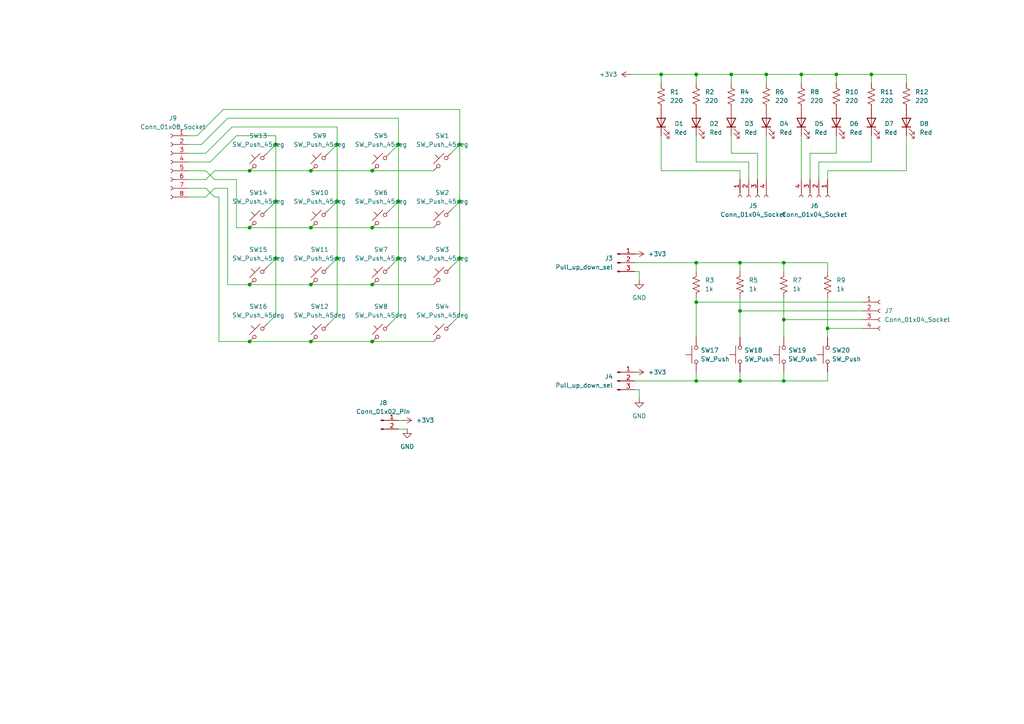
<source format=kicad_sch>
(kicad_sch (version 20250114) (generator "eeschema") (generator_version "9.0")
  (paper "A4")
  (lib_symbols
    (symbol "Connector:Conn_01x02_Pin" (pin_names (offset 1.016) (hide yes))
      (property "Reference" "J" (at 0 2.54 0))
      (property "Value" "Conn_01x02_Pin" (at 0 -5.08 0))
      (symbol "Conn_01x02_Pin_1_1"
        (rectangle (start 0.8636 0.127) (end 0 -0.127) (stroke (width 0.1524)) (fill (type outline)))
        (rectangle (start 0.8636 -2.413) (end 0 -2.667) (stroke (width 0.1524)) (fill (type outline)))
        (polyline (pts (xy 1.27 0) (xy 0.8636 0)) (stroke (width 0.1524)))
        (polyline (pts (xy 1.27 -2.54) (xy 0.8636 -2.54)) (stroke (width 0.1524)))
        (pin passive line (at 5.08 0 180) (length 3.81) (name "Pin_1") (number "1"))
        (pin passive line (at 5.08 -2.54 180) (length 3.81) (name "Pin_2") (number "2"))
      )
    )
    (symbol "Connector:Conn_01x03_Pin" (pin_names (offset 1.016) (hide yes))
      (property "Reference" "J" (at 0 5.08 0))
      (property "Value" "Conn_01x03_Pin" (at 0 -5.08 0))
      (symbol "Conn_01x03_Pin_1_1"
        (rectangle (start 0.8636 2.667) (end 0 2.413) (stroke (width 0.1524)) (fill (type outline)))
        (rectangle (start 0.8636 0.127) (end 0 -0.127) (stroke (width 0.1524)) (fill (type outline)))
        (rectangle (start 0.8636 -2.413) (end 0 -2.667) (stroke (width 0.1524)) (fill (type outline)))
        (polyline (pts (xy 1.27 2.54) (xy 0.8636 2.54)) (stroke (width 0.1524)))
        (polyline (pts (xy 1.27 0) (xy 0.8636 0)) (stroke (width 0.1524)))
        (polyline (pts (xy 1.27 -2.54) (xy 0.8636 -2.54)) (stroke (width 0.1524)))
        (pin passive line (at 5.08 2.54 180) (length 3.81) (name "Pin_1") (number "1"))
        (pin passive line (at 5.08 0 180) (length 3.81) (name "Pin_2") (number "2"))
        (pin passive line (at 5.08 -2.54 180) (length 3.81) (name "Pin_3") (number "3"))
      )
    )
    (symbol "Connector:Conn_01x04_Socket" (pin_names (offset 1.016) (hide yes))
      (property "Reference" "J" (at 0 5.08 0))
      (property "Value" "Conn_01x04_Socket" (at 0 -7.62 0))
      (symbol "Conn_01x04_Socket_1_1"
        (polyline (pts (xy -1.27 2.54) (xy -0.508 2.54)) (stroke (width 0.1524)))
        (polyline (pts (xy -1.27 0) (xy -0.508 0)) (stroke (width 0.1524)))
        (polyline (pts (xy -1.27 -2.54) (xy -0.508 -2.54)) (stroke (width 0.1524)))
        (polyline (pts (xy -1.27 -5.08) (xy -0.508 -5.08)) (stroke (width 0.1524)))
        (arc (start 0 2.032) (mid -0.5058 2.54) (end 0 3.048) (stroke (width 0.1524)))
        (arc (start 0 -0.508) (mid -0.5058 0) (end 0 0.508) (stroke (width 0.1524)))
        (arc (start 0 -3.048) (mid -0.5058 -2.54) (end 0 -2.032) (stroke (width 0.1524)))
        (arc (start 0 -5.588) (mid -0.5058 -5.08) (end 0 -4.572) (stroke (width 0.1524)))
        (pin passive line (at -5.08 2.54 0) (length 3.81) (name "Pin_1") (number "1"))
        (pin passive line (at -5.08 0 0) (length 3.81) (name "Pin_2") (number "2"))
        (pin passive line (at -5.08 -2.54 0) (length 3.81) (name "Pin_3") (number "3"))
        (pin passive line (at -5.08 -5.08 0) (length 3.81) (name "Pin_4") (number "4"))
      )
    )
    (symbol "Connector:Conn_01x08_Socket" (pin_names (offset 1.016) (hide yes))
      (property "Reference" "J" (at 0 10.16 0))
      (property "Value" "Conn_01x08_Socket" (at 0 -12.7 0))
      (symbol "Conn_01x08_Socket_1_1"
        (polyline (pts (xy -1.27 7.62) (xy -0.508 7.62)) (stroke (width 0.1524)))
        (polyline (pts (xy -1.27 5.08) (xy -0.508 5.08)) (stroke (width 0.1524)))
        (polyline (pts (xy -1.27 2.54) (xy -0.508 2.54)) (stroke (width 0.1524)))
        (polyline (pts (xy -1.27 0) (xy -0.508 0)) (stroke (width 0.1524)))
        (polyline (pts (xy -1.27 -2.54) (xy -0.508 -2.54)) (stroke (width 0.1524)))
        (polyline (pts (xy -1.27 -5.08) (xy -0.508 -5.08)) (stroke (width 0.1524)))
        (polyline (pts (xy -1.27 -7.62) (xy -0.508 -7.62)) (stroke (width 0.1524)))
        (polyline (pts (xy -1.27 -10.16) (xy -0.508 -10.16)) (stroke (width 0.1524)))
        (arc (start 0 7.112) (mid -0.5058 7.62) (end 0 8.128) (stroke (width 0.1524)))
        (arc (start 0 4.572) (mid -0.5058 5.08) (end 0 5.588) (stroke (width 0.1524)))
        (arc (start 0 2.032) (mid -0.5058 2.54) (end 0 3.048) (stroke (width 0.1524)))
        (arc (start 0 -0.508) (mid -0.5058 0) (end 0 0.508) (stroke (width 0.1524)))
        (arc (start 0 -3.048) (mid -0.5058 -2.54) (end 0 -2.032) (stroke (width 0.1524)))
        (arc (start 0 -5.588) (mid -0.5058 -5.08) (end 0 -4.572) (stroke (width 0.1524)))
        (arc (start 0 -8.128) (mid -0.5058 -7.62) (end 0 -7.112) (stroke (width 0.1524)))
        (arc (start 0 -10.668) (mid -0.5058 -10.16) (end 0 -9.652) (stroke (width 0.1524)))
        (pin passive line (at -5.08 7.62 0) (length 3.81) (name "Pin_1") (number "1"))
        (pin passive line (at -5.08 5.08 0) (length 3.81) (name "Pin_2") (number "2"))
        (pin passive line (at -5.08 2.54 0) (length 3.81) (name "Pin_3") (number "3"))
        (pin passive line (at -5.08 0 0) (length 3.81) (name "Pin_4") (number "4"))
        (pin passive line (at -5.08 -2.54 0) (length 3.81) (name "Pin_5") (number "5"))
        (pin passive line (at -5.08 -5.08 0) (length 3.81) (name "Pin_6") (number "6"))
        (pin passive line (at -5.08 -7.62 0) (length 3.81) (name "Pin_7") (number "7"))
        (pin passive line (at -5.08 -10.16 0) (length 3.81) (name "Pin_8") (number "8"))
      )
    )
    (symbol "Device:LED" (pin_numbers (hide yes)) (pin_names (offset 1.016) (hide yes))
      (property "Reference" "D" (at 0 2.54 0))
      (property "Value" "LED" (at 0 -2.54 0))
      (symbol "LED_0_1"
        (polyline (pts (xy -3.048 -0.762) (xy -4.572 -2.286) (xy -3.81 -2.286) (xy -4.572 -2.286) (xy -4.572 -1.524)))
        (polyline (pts (xy -1.778 -0.762) (xy -3.302 -2.286) (xy -2.54 -2.286) (xy -3.302 -2.286) (xy -3.302 -1.524)))
        (polyline (pts (xy -1.27 0) (xy 1.27 0)))
        (polyline (pts (xy -1.27 -1.27) (xy -1.27 1.27)) (stroke (width 0.254)))
        (polyline (pts (xy 1.27 -1.27) (xy 1.27 1.27) (xy -1.27 0) (xy 1.27 -1.27)) (stroke (width 0.254)))
      )
      (symbol "LED_1_1"
        (pin passive line (at -3.81 0 0) (length 2.54) (name "K") (number "1"))
        (pin passive line (at 3.81 0 180) (length 2.54) (name "A") (number "2"))
      )
    )
    (symbol "Device:R_US" (pin_numbers (hide yes)) (pin_names (offset 0))
      (property "Reference" "R" (at 2.54 0 90))
      (property "Value" "R_US" (at -2.54 0 90))
      (symbol "R_US_0_1"
        (polyline (pts (xy 0 2.286) (xy 0 2.54)))
        (polyline (pts (xy 0 2.286) (xy 1.016 1.905) (xy 0 1.524) (xy -1.016 1.143) (xy 0 0.762)))
        (polyline (pts (xy 0 0.762) (xy 1.016 0.381) (xy 0 0) (xy -1.016 -0.381) (xy 0 -0.762)))
        (polyline (pts (xy 0 -0.762) (xy 1.016 -1.143) (xy 0 -1.524) (xy -1.016 -1.905) (xy 0 -2.286)))
        (polyline (pts (xy 0 -2.286) (xy 0 -2.54)))
      )
      (symbol "R_US_1_1"
        (pin passive line (at 0 3.81 270) (length 1.27) (name "~") (number "1"))
        (pin passive line (at 0 -3.81 90) (length 1.27) (name "~") (number "2"))
      )
    )
    (symbol "Switch:SW_Push" (pin_numbers (hide yes)) (pin_names (offset 1.016) (hide yes))
      (property "Reference" "SW" (at 1.27 2.54 0))
      (property "Value" "SW_Push" (at 0 -1.524 0))
      (symbol "SW_Push_0_1"
        (circle (center -2.032 0) (radius 0.508))
        (polyline (pts (xy 0 1.27) (xy 0 3.048)))
        (circle (center 2.032 0) (radius 0.508))
        (polyline (pts (xy 2.54 1.27) (xy -2.54 1.27)))
        (pin passive line (at -5.08 0 0) (length 2.54) (name "1") (number "1"))
        (pin passive line (at 5.08 0 180) (length 2.54) (name "2") (number "2"))
      )
    )
    (symbol "Switch:SW_Push_45deg" (pin_numbers (hide yes)) (pin_names (offset 1.016) (hide yes))
      (property "Reference" "SW" (at 3.048 1.016 0))
      (property "Value" "SW_Push_45deg" (at 0 -3.81 0))
      (symbol "SW_Push_45deg_0_1"
        (polyline (pts (xy -2.54 2.54) (xy -1.524 1.524) (xy -1.524 1.524)))
        (circle (center -1.1684 1.1684) (radius 0.508))
        (polyline (pts (xy -0.508 2.54) (xy 2.54 -0.508)))
        (polyline (pts (xy 1.016 1.016) (xy 2.032 2.032)))
        (circle (center 1.143 -1.1938) (radius 0.508))
        (polyline (pts (xy 1.524 -1.524) (xy 2.54 -2.54) (xy 2.54 -2.54) (xy 2.54 -2.54)))
        (pin passive line (at -2.54 2.54 0) (length 0) (name "1") (number "1"))
        (pin passive line (at 2.54 -2.54 180) (length 0) (name "2") (number "2"))
      )
    )
    (symbol "power:+3V3" (power) (pin_numbers (hide yes)) (pin_names (offset 0) (hide yes))
      (property "Value" "+3V3" (at 0 3.556 0))
      (symbol "+3V3_0_1"
        (polyline (pts (xy -0.762 1.27) (xy 0 2.54)))
        (polyline (pts (xy 0 2.54) (xy 0.762 1.27)))
        (polyline (pts (xy 0 0) (xy 0 2.54)))
      )
      (symbol "+3V3_1_1"
        (pin power_in line (at 0 0 90) (length 0) (name "~") (number "1"))
      )
    )
    (symbol "power:GND" (power) (pin_numbers (hide yes)) (pin_names (offset 0) (hide yes))
      (property "Value" "GND" (at 0 -3.81 0))
      (symbol "GND_0_1"
        (polyline (pts (xy 0 0) (xy 0 -1.27) (xy 1.27 -1.27) (xy 0 -2.54) (xy -1.27 -1.27) (xy 0 -1.27)))
      )
      (symbol "GND_1_1"
        (pin power_in line (at 0 0 270) (length 0) (name "~") (number "1"))
      )
    )
  )
  (junction (at 232.41 21.59))
  (junction (at 214.63 110.49))
  (junction (at 72.39 66.04))
  (junction (at 90.17 99.06))
  (junction (at 115.57 41.91))
  (junction (at 240.03 95.25))
  (junction (at 80.01 74.93))
  (junction (at 227.33 76.2))
  (junction (at 222.25 21.59))
  (junction (at 107.95 49.53))
  (junction (at 214.63 76.2))
  (junction (at 133.35 58.42))
  (junction (at 191.77 21.59))
  (junction (at 201.93 76.2))
  (junction (at 80.01 58.42))
  (junction (at 97.79 58.42))
  (junction (at 133.35 41.91))
  (junction (at 72.39 49.53))
  (junction (at 214.63 90.17))
  (junction (at 72.39 82.55))
  (junction (at 72.39 99.06))
  (junction (at 201.93 110.49))
  (junction (at 252.73 21.59))
  (junction (at 212.09 21.59))
  (junction (at 133.35 74.93))
  (junction (at 90.17 49.53))
  (junction (at 227.33 92.71))
  (junction (at 90.17 82.55))
  (junction (at 201.93 21.59))
  (junction (at 242.57 21.59))
  (junction (at 107.95 66.04))
  (junction (at 90.17 66.04))
  (junction (at 201.93 87.63))
  (junction (at 97.79 74.93))
  (junction (at 107.95 99.06))
  (junction (at 97.79 41.91))
  (junction (at 107.95 82.55))
  (junction (at 80.01 41.91))
  (junction (at 227.33 110.49))
  (junction (at 115.57 74.93))
  (junction (at 115.57 58.42))
  (wire (pts (xy 80.01 39.37) (xy 80.01 41.91)))
  (wire (pts (xy 232.41 21.59) (xy 232.41 24.13)))
  (wire (pts (xy 95.25 77.47) (xy 97.79 74.93)))
  (wire (pts (xy 217.17 46.99) (xy 217.17 52.07)))
  (wire (pts (xy 59.69 57.15) (xy 62.23 54.61)))
  (wire (pts (xy 63.5 99.06) (xy 72.39 99.06)))
  (wire (pts (xy 201.93 76.2) (xy 201.93 78.74)))
  (wire (pts (xy 133.35 31.75) (xy 133.35 41.91)))
  (wire (pts (xy 212.09 21.59) (xy 222.25 21.59)))
  (wire (pts (xy 133.35 58.42) (xy 133.35 74.93)))
  (wire (pts (xy 237.49 46.99) (xy 237.49 52.07)))
  (wire (pts (xy 72.39 49.53) (xy 90.17 49.53)))
  (wire (pts (xy 212.09 44.45) (xy 219.71 44.45)))
  (wire (pts (xy 227.33 92.71) (xy 227.33 97.79)))
  (wire (pts (xy 54.61 49.53) (xy 59.69 49.53)))
  (wire (pts (xy 58.42 41.91) (xy 54.61 41.91)))
  (wire (pts (xy 80.01 58.42) (xy 80.01 74.93)))
  (wire (pts (xy 184.15 76.2) (xy 201.93 76.2)))
  (wire (pts (xy 113.03 44.45) (xy 115.57 41.91)))
  (wire (pts (xy 191.77 21.59) (xy 191.77 24.13)))
  (wire (pts (xy 232.41 39.37) (xy 232.41 52.07)))
  (wire (pts (xy 113.03 60.96) (xy 115.57 58.42)))
  (wire (pts (xy 54.61 57.15) (xy 59.69 57.15)))
  (wire (pts (xy 90.17 66.04) (xy 107.95 66.04)))
  (wire (pts (xy 240.03 49.53) (xy 262.89 49.53)))
  (wire (pts (xy 62.23 49.53) (xy 72.39 49.53)))
  (wire (pts (xy 67.31 36.83) (xy 97.79 36.83)))
  (wire (pts (xy 214.63 90.17) (xy 214.63 97.79)))
  (wire (pts (xy 68.58 52.07) (xy 68.58 66.04)))
  (wire (pts (xy 95.25 44.45) (xy 97.79 41.91)))
  (wire (pts (xy 201.93 46.99) (xy 217.17 46.99)))
  (wire (pts (xy 90.17 82.55) (xy 107.95 82.55)))
  (wire (pts (xy 214.63 90.17) (xy 250.19 90.17)))
  (wire (pts (xy 57.15 39.37) (xy 64.77 31.75)))
  (wire (pts (xy 80.01 74.93) (xy 80.01 91.44)))
  (wire (pts (xy 242.57 39.37) (xy 242.57 44.45)))
  (wire (pts (xy 185.42 113.03) (xy 184.15 113.03)))
  (wire (pts (xy 113.03 77.47) (xy 115.57 74.93)))
  (wire (pts (xy 252.73 39.37) (xy 252.73 46.99)))
  (wire (pts (xy 115.57 74.93) (xy 115.57 91.44)))
  (wire (pts (xy 219.71 44.45) (xy 219.71 52.07)))
  (wire (pts (xy 97.79 41.91) (xy 97.79 58.42)))
  (wire (pts (xy 63.5 57.15) (xy 62.23 57.15)))
  (wire (pts (xy 107.95 49.53) (xy 125.73 49.53)))
  (wire (pts (xy 107.95 82.55) (xy 125.73 82.55)))
  (wire (pts (xy 64.77 31.75) (xy 133.35 31.75)))
  (wire (pts (xy 115.57 58.42) (xy 115.57 74.93)))
  (wire (pts (xy 201.93 86.36) (xy 201.93 87.63)))
  (wire (pts (xy 214.63 49.53) (xy 214.63 52.07)))
  (wire (pts (xy 54.61 52.07) (xy 59.69 52.07)))
  (wire (pts (xy 72.39 82.55) (xy 90.17 82.55)))
  (wire (pts (xy 115.57 34.29) (xy 115.57 41.91)))
  (wire (pts (xy 97.79 58.42) (xy 97.79 74.93)))
  (wire (pts (xy 54.61 39.37) (xy 57.15 39.37)))
  (wire (pts (xy 227.33 76.2) (xy 240.03 76.2)))
  (wire (pts (xy 97.79 36.83) (xy 97.79 41.91)))
  (wire (pts (xy 118.11 124.46) (xy 115.57 124.46)))
  (wire (pts (xy 63.5 57.15) (xy 63.5 99.06)))
  (wire (pts (xy 95.25 60.96) (xy 97.79 58.42)))
  (wire (pts (xy 240.03 76.2) (xy 240.03 78.74)))
  (wire (pts (xy 212.09 39.37) (xy 212.09 44.45)))
  (wire (pts (xy 66.04 82.55) (xy 72.39 82.55)))
  (wire (pts (xy 116.84 121.92) (xy 115.57 121.92)))
  (wire (pts (xy 133.35 74.93) (xy 133.35 91.44)))
  (wire (pts (xy 185.42 81.28) (xy 185.42 78.74)))
  (wire (pts (xy 80.01 41.91) (xy 80.01 58.42)))
  (wire (pts (xy 201.93 21.59) (xy 212.09 21.59)))
  (wire (pts (xy 214.63 107.95) (xy 214.63 110.49)))
  (wire (pts (xy 240.03 52.07) (xy 240.03 49.53)))
  (wire (pts (xy 234.95 44.45) (xy 234.95 52.07)))
  (wire (pts (xy 214.63 76.2) (xy 214.63 78.74)))
  (wire (pts (xy 90.17 99.06) (xy 107.95 99.06)))
  (wire (pts (xy 72.39 66.04) (xy 90.17 66.04)))
  (wire (pts (xy 113.03 93.98) (xy 115.57 91.44)))
  (wire (pts (xy 240.03 86.36) (xy 240.03 95.25)))
  (wire (pts (xy 66.04 34.29) (xy 115.57 34.29)))
  (wire (pts (xy 252.73 21.59) (xy 252.73 24.13)))
  (wire (pts (xy 54.61 46.99) (xy 60.96 46.99)))
  (wire (pts (xy 201.93 107.95) (xy 201.93 110.49)))
  (wire (pts (xy 185.42 78.74) (xy 184.15 78.74)))
  (wire (pts (xy 133.35 41.91) (xy 133.35 58.42)))
  (wire (pts (xy 222.25 21.59) (xy 232.41 21.59)))
  (wire (pts (xy 214.63 110.49) (xy 227.33 110.49)))
  (wire (pts (xy 66.04 54.61) (xy 66.04 82.55)))
  (wire (pts (xy 77.47 77.47) (xy 80.01 74.93)))
  (wire (pts (xy 191.77 21.59) (xy 201.93 21.59)))
  (wire (pts (xy 115.57 41.91) (xy 115.57 58.42)))
  (wire (pts (xy 201.93 39.37) (xy 201.93 46.99)))
  (wire (pts (xy 130.81 93.98) (xy 133.35 91.44)))
  (wire (pts (xy 80.01 39.37) (xy 68.58 39.37)))
  (wire (pts (xy 191.77 49.53) (xy 214.63 49.53)))
  (wire (pts (xy 227.33 110.49) (xy 240.03 110.49)))
  (wire (pts (xy 252.73 21.59) (xy 262.89 21.59)))
  (wire (pts (xy 182.88 21.59) (xy 191.77 21.59)))
  (wire (pts (xy 222.25 21.59) (xy 222.25 24.13)))
  (wire (pts (xy 191.77 39.37) (xy 191.77 49.53)))
  (wire (pts (xy 262.89 39.37) (xy 262.89 49.53)))
  (wire (pts (xy 90.17 49.53) (xy 107.95 49.53)))
  (wire (pts (xy 240.03 95.25) (xy 250.19 95.25)))
  (wire (pts (xy 201.93 87.63) (xy 250.19 87.63)))
  (wire (pts (xy 77.47 44.45) (xy 80.01 41.91)))
  (wire (pts (xy 240.03 107.95) (xy 240.03 110.49)))
  (wire (pts (xy 214.63 76.2) (xy 227.33 76.2)))
  (wire (pts (xy 240.03 95.25) (xy 240.03 97.79)))
  (wire (pts (xy 59.69 44.45) (xy 67.31 36.83)))
  (wire (pts (xy 54.61 54.61) (xy 59.69 54.61)))
  (wire (pts (xy 201.93 76.2) (xy 214.63 76.2)))
  (wire (pts (xy 58.42 41.91) (xy 66.04 34.29)))
  (wire (pts (xy 107.95 66.04) (xy 125.73 66.04)))
  (wire (pts (xy 201.93 110.49) (xy 214.63 110.49)))
  (wire (pts (xy 95.25 93.98) (xy 97.79 91.44)))
  (wire (pts (xy 77.47 60.96) (xy 80.01 58.42)))
  (wire (pts (xy 68.58 66.04) (xy 72.39 66.04)))
  (wire (pts (xy 62.23 52.07) (xy 68.58 52.07)))
  (wire (pts (xy 107.95 99.06) (xy 125.73 99.06)))
  (wire (pts (xy 184.15 110.49) (xy 201.93 110.49)))
  (wire (pts (xy 234.95 44.45) (xy 242.57 44.45)))
  (wire (pts (xy 214.63 86.36) (xy 214.63 90.17)))
  (wire (pts (xy 232.41 21.59) (xy 242.57 21.59)))
  (wire (pts (xy 130.81 44.45) (xy 133.35 41.91)))
  (wire (pts (xy 227.33 107.95) (xy 227.33 110.49)))
  (wire (pts (xy 201.93 87.63) (xy 201.93 97.79)))
  (wire (pts (xy 242.57 21.59) (xy 252.73 21.59)))
  (wire (pts (xy 212.09 21.59) (xy 212.09 24.13)))
  (wire (pts (xy 97.79 74.93) (xy 97.79 91.44)))
  (wire (pts (xy 242.57 21.59) (xy 242.57 24.13)))
  (wire (pts (xy 227.33 92.71) (xy 250.19 92.71)))
  (wire (pts (xy 72.39 99.06) (xy 90.17 99.06)))
  (wire (pts (xy 68.58 39.37) (xy 60.96 46.99)))
  (wire (pts (xy 227.33 86.36) (xy 227.33 92.71)))
  (wire (pts (xy 54.61 44.45) (xy 59.69 44.45)))
  (wire (pts (xy 227.33 76.2) (xy 227.33 78.74)))
  (wire (pts (xy 77.47 93.98) (xy 80.01 91.44)))
  (wire (pts (xy 62.23 49.53) (xy 59.69 52.07)))
  (wire (pts (xy 59.69 49.53) (xy 62.23 52.07)))
  (wire (pts (xy 222.25 39.37) (xy 222.25 52.07)))
  (wire (pts (xy 262.89 21.59) (xy 262.89 24.13)))
  (wire (pts (xy 185.42 113.03) (xy 185.42 115.57)))
  (wire (pts (xy 130.81 77.47) (xy 133.35 74.93)))
  (wire (pts (xy 130.81 60.96) (xy 133.35 58.42)))
  (wire (pts (xy 201.93 21.59) (xy 201.93 24.13)))
  (wire (pts (xy 62.23 57.15) (xy 59.69 54.61)))
  (wire (pts (xy 62.23 54.61) (xy 66.04 54.61)))
  (wire (pts (xy 237.49 46.99) (xy 252.73 46.99)))
  (symbol (lib_id "Connector:Conn_01x04_Socket") (at 255.27 90.17 0) (unit 1)
    (property "Reference" "J7" (at 256.54 90.1699 0) (effects (justify left)))
    (property "Value" "Conn_01x04_Socket" (at 256.54 92.7099 0) (effects (justify left)))
    (property "Footprint" "Connector_PinSocket_2.54mm:PinSocket_1x04_P2.54mm_Vertical" (effects (hide yes)))
    (property "Description" "Generic connector, single row, 01x04, script generated" (effects (hide yes)))
  )
  (symbol (lib_id "power:+3V3") (at 184.15 73.66 270) (unit 1)
    (property "Reference" "#PWR02" (effects (hide yes)))
    (property "Value" "+3V3" (at 187.96 73.6599 90) (effects (justify left)))
    (property "Description" "Power symbol creates a global label with name \"+3V3\"" (effects (hide yes)))
  )
  (symbol (lib_id "Connector:Conn_01x08_Socket") (at 49.53 46.99 0) (mirror y) (unit 1)
    (property "Reference" "J9" (at 50.165 34.29 0))
    (property "Value" "Conn_01x08_Socket" (at 50.165 36.83 0))
    (property "Footprint" "Connector_PinSocket_2.54mm:PinSocket_1x08_P2.54mm_Vertical" (effects (hide yes)))
    (property "Description" "Generic connector, single row, 01x08, script generated" (effects (hide yes)))
  )
  (symbol (lib_id "Device:LED") (at 252.73 35.56 90) (unit 1)
    (property "Reference" "D7" (at 256.54 35.8774 90) (effects (justify right)))
    (property "Value" "Red" (at 256.54 38.4174 90) (effects (justify right)))
    (property "Footprint" "LED_SMD:LED_0805_2012Metric_Pad1.15x1.40mm_HandSolder" (effects (hide yes)))
    (property "Description" "Light emitting diode" (effects (hide yes)))
    (property "Sim.Pins" "1=K 2=A" (effects (hide yes)))
  )
  (symbol (lib_id "Device:R_US") (at 227.33 82.55 0) (mirror y) (unit 1)
    (property "Reference" "R7" (at 229.87 81.2799 0) (effects (justify right)))
    (property "Value" "1k" (at 229.87 83.8199 0) (effects (justify right)))
    (property "Footprint" "Resistor_SMD:R_0805_2012Metric_Pad1.20x1.40mm_HandSolder" (effects (hide yes)))
    (property "Description" "Resistor, US symbol" (effects (hide yes)))
  )
  (symbol (lib_id "power:GND") (at 185.42 81.28 0) (unit 1)
    (property "Reference" "#PWR04" (effects (hide yes)))
    (property "Value" "GND" (at 185.42 86.36 0))
    (property "Description" "Power symbol creates a global label with name \"GND\" , ground" (effects (hide yes)))
  )
  (symbol (lib_id "Device:R_US") (at 222.25 27.94 0) (unit 1)
    (property "Reference" "R6" (at 224.79 26.6699 0) (effects (justify left)))
    (property "Value" "220" (at 224.79 29.2099 0) (effects (justify left)))
    (property "Footprint" "Resistor_SMD:R_0805_2012Metric_Pad1.20x1.40mm_HandSolder" (effects (hide yes)))
    (property "Description" "Resistor, US symbol" (effects (hide yes)))
  )
  (symbol (lib_id "Device:LED") (at 212.09 35.56 90) (unit 1)
    (property "Reference" "D3" (at 215.9 35.8774 90) (effects (justify right)))
    (property "Value" "Red" (at 215.9 38.4174 90) (effects (justify right)))
    (property "Footprint" "LED_SMD:LED_0805_2012Metric_Pad1.15x1.40mm_HandSolder" (effects (hide yes)))
    (property "Description" "Light emitting diode" (effects (hide yes)))
    (property "Sim.Pins" "1=K 2=A" (effects (hide yes)))
  )
  (symbol (lib_id "Switch:SW_Push_45deg") (at 128.27 96.52 0) (mirror y) (unit 1)
    (property "Reference" "SW4" (at 128.27 88.9 0))
    (property "Value" "SW_Push_45deg" (at 128.27 91.44 0))
    (property "Footprint" "Button_Switch_THT:SW_PUSH_6mm_H5mm" (effects (hide yes)))
    (property "Description" "Push button switch, normally open, two pins, 45° tilted" (effects (hide yes)))
  )
  (symbol (lib_id "Device:LED") (at 232.41 35.56 90) (unit 1)
    (property "Reference" "D5" (at 236.22 35.8774 90) (effects (justify right)))
    (property "Value" "Red" (at 236.22 38.4174 90) (effects (justify right)))
    (property "Footprint" "LED_SMD:LED_0805_2012Metric_Pad1.15x1.40mm_HandSolder" (effects (hide yes)))
    (property "Description" "Light emitting diode" (effects (hide yes)))
    (property "Sim.Pins" "1=K 2=A" (effects (hide yes)))
  )
  (symbol (lib_id "power:GND") (at 118.11 124.46 0) (unit 1)
    (property "Reference" "#PWR06" (effects (hide yes)))
    (property "Value" "GND" (at 118.11 129.54 0))
    (property "Description" "Power symbol creates a global label with name \"GND\" , ground" (effects (hide yes)))
  )
  (symbol (lib_id "power:+3V3") (at 184.15 107.95 270) (unit 1)
    (property "Reference" "#PWR03" (effects (hide yes)))
    (property "Value" "+3V3" (at 187.96 107.9499 90) (effects (justify left)))
    (property "Description" "Power symbol creates a global label with name \"+3V3\"" (effects (hide yes)))
  )
  (symbol (lib_id "Connector:Conn_01x04_Socket") (at 237.49 57.15 270) (unit 1)
    (property "Reference" "J6" (at 236.22 59.69 90))
    (property "Value" "Conn_01x04_Socket" (at 236.22 62.23 90))
    (property "Footprint" "Connector_PinSocket_2.54mm:PinSocket_1x04_P2.54mm_Vertical" (effects (hide yes)))
    (property "Description" "Generic connector, single row, 01x04, script generated" (effects (hide yes)))
  )
  (symbol (lib_id "Switch:SW_Push") (at 240.03 102.87 90) (mirror x) (unit 1)
    (property "Reference" "SW20" (at 241.3 101.5999 90) (effects (justify right)))
    (property "Value" "SW_Push" (at 241.3 104.1399 90) (effects (justify right)))
    (property "Footprint" "Button_Switch_THT:SW_PUSH_6mm_H5mm" (effects (hide yes)))
    (property "Description" "Push button switch, generic, two pins" (effects (hide yes)))
  )
  (symbol (lib_id "Device:R_US") (at 262.89 27.94 0) (unit 1)
    (property "Reference" "R12" (at 265.43 26.6699 0) (effects (justify left)))
    (property "Value" "220" (at 265.43 29.2099 0) (effects (justify left)))
    (property "Footprint" "Resistor_SMD:R_0805_2012Metric_Pad1.20x1.40mm_HandSolder" (effects (hide yes)))
    (property "Description" "Resistor, US symbol" (effects (hide yes)))
  )
  (symbol (lib_id "Device:R_US") (at 201.93 27.94 0) (unit 1)
    (property "Reference" "R2" (at 204.47 26.6699 0) (effects (justify left)))
    (property "Value" "220" (at 204.47 29.2099 0) (effects (justify left)))
    (property "Footprint" "Resistor_SMD:R_0805_2012Metric_Pad1.20x1.40mm_HandSolder" (effects (hide yes)))
    (property "Description" "Resistor, US symbol" (effects (hide yes)))
  )
  (symbol (lib_id "Switch:SW_Push_45deg") (at 92.71 80.01 0) (mirror y) (unit 1)
    (property "Reference" "SW11" (at 92.71 72.39 0))
    (property "Value" "SW_Push_45deg" (at 92.71 74.93 0))
    (property "Footprint" "Button_Switch_THT:SW_PUSH_6mm_H5mm" (effects (hide yes)))
    (property "Description" "Push button switch, normally open, two pins, 45° tilted" (effects (hide yes)))
  )
  (symbol (lib_id "Device:R_US") (at 214.63 82.55 0) (mirror y) (unit 1)
    (property "Reference" "R5" (at 217.17 81.2799 0) (effects (justify right)))
    (property "Value" "1k" (at 217.17 83.8199 0) (effects (justify right)))
    (property "Footprint" "Resistor_SMD:R_0805_2012Metric_Pad1.20x1.40mm_HandSolder" (effects (hide yes)))
    (property "Description" "Resistor, US symbol" (effects (hide yes)))
  )
  (symbol (lib_id "Device:R_US") (at 232.41 27.94 0) (unit 1)
    (property "Reference" "R8" (at 234.95 26.6699 0) (effects (justify left)))
    (property "Value" "220" (at 234.95 29.2099 0) (effects (justify left)))
    (property "Footprint" "Resistor_SMD:R_0805_2012Metric_Pad1.20x1.40mm_HandSolder" (effects (hide yes)))
    (property "Description" "Resistor, US symbol" (effects (hide yes)))
  )
  (symbol (lib_id "Switch:SW_Push_45deg") (at 92.71 63.5 0) (mirror y) (unit 1)
    (property "Reference" "SW10" (at 92.71 55.88 0))
    (property "Value" "SW_Push_45deg" (at 92.71 58.42 0))
    (property "Footprint" "Button_Switch_THT:SW_PUSH_6mm_H5mm" (effects (hide yes)))
    (property "Description" "Push button switch, normally open, two pins, 45° tilted" (effects (hide yes)))
  )
  (symbol (lib_id "Device:LED") (at 242.57 35.56 90) (unit 1)
    (property "Reference" "D6" (at 246.38 35.8774 90) (effects (justify right)))
    (property "Value" "Red" (at 246.38 38.4174 90) (effects (justify right)))
    (property "Footprint" "LED_SMD:LED_0805_2012Metric_Pad1.15x1.40mm_HandSolder" (effects (hide yes)))
    (property "Description" "Light emitting diode" (effects (hide yes)))
    (property "Sim.Pins" "1=K 2=A" (effects (hide yes)))
  )
  (symbol (lib_id "Switch:SW_Push_45deg") (at 110.49 96.52 0) (mirror y) (unit 1)
    (property "Reference" "SW8" (at 110.49 88.9 0))
    (property "Value" "SW_Push_45deg" (at 110.49 91.44 0))
    (property "Footprint" "Button_Switch_THT:SW_PUSH_6mm_H5mm" (effects (hide yes)))
    (property "Description" "Push button switch, normally open, two pins, 45° tilted" (effects (hide yes)))
  )
  (symbol (lib_id "power:+3V3") (at 116.84 121.92 270) (unit 1)
    (property "Reference" "#PWR07" (effects (hide yes)))
    (property "Value" "+3V3" (at 120.65 121.9199 90) (effects (justify left)))
    (property "Description" "Power symbol creates a global label with name \"+3V3\"" (effects (hide yes)))
  )
  (symbol (lib_id "Switch:SW_Push_45deg") (at 74.93 80.01 0) (mirror y) (unit 1)
    (property "Reference" "SW15" (at 74.93 72.39 0))
    (property "Value" "SW_Push_45deg" (at 74.93 74.93 0))
    (property "Footprint" "Button_Switch_THT:SW_PUSH_6mm_H5mm" (effects (hide yes)))
    (property "Description" "Push button switch, normally open, two pins, 45° tilted" (effects (hide yes)))
  )
  (symbol (lib_id "Switch:SW_Push_45deg") (at 74.93 63.5 0) (mirror y) (unit 1)
    (property "Reference" "SW14" (at 74.93 55.88 0))
    (property "Value" "SW_Push_45deg" (at 74.93 58.42 0))
    (property "Footprint" "Button_Switch_THT:SW_PUSH_6mm_H5mm" (effects (hide yes)))
    (property "Description" "Push button switch, normally open, two pins, 45° tilted" (effects (hide yes)))
  )
  (symbol (lib_id "Device:LED") (at 201.93 35.56 90) (unit 1)
    (property "Reference" "D2" (at 205.74 35.8774 90) (effects (justify right)))
    (property "Value" "Red" (at 205.74 38.4174 90) (effects (justify right)))
    (property "Footprint" "LED_SMD:LED_0805_2012Metric_Pad1.15x1.40mm_HandSolder" (effects (hide yes)))
    (property "Description" "Light emitting diode" (effects (hide yes)))
    (property "Sim.Pins" "1=K 2=A" (effects (hide yes)))
  )
  (symbol (lib_id "Connector:Conn_01x03_Pin") (at 179.07 110.49 0) (unit 1)
    (property "Reference" "J4" (at 177.8 109.2199 0) (effects (justify right)))
    (property "Value" "Pull_up_down_sel" (at 177.8 111.7599 0) (effects (justify right)))
    (property "Footprint" "Connector_PinHeader_2.54mm:PinHeader_1x03_P2.54mm_Vertical" (effects (hide yes)))
    (property "Description" "Generic connector, single row, 01x03, script generated" (effects (hide yes)))
  )
  (symbol (lib_id "Switch:SW_Push_45deg") (at 74.93 46.99 0) (mirror y) (unit 1)
    (property "Reference" "SW13" (at 74.93 39.37 0))
    (property "Value" "SW_Push_45deg" (at 74.93 41.91 0))
    (property "Footprint" "Button_Switch_THT:SW_PUSH_6mm_H5mm" (effects (hide yes)))
    (property "Description" "Push button switch, normally open, two pins, 45° tilted" (effects (hide yes)))
  )
  (symbol (lib_id "Switch:SW_Push") (at 214.63 102.87 90) (mirror x) (unit 1)
    (property "Reference" "SW18" (at 215.9 101.5999 90) (effects (justify right)))
    (property "Value" "SW_Push" (at 215.9 104.1399 90) (effects (justify right)))
    (property "Footprint" "Button_Switch_THT:SW_PUSH_6mm_H5mm" (effects (hide yes)))
    (property "Description" "Push button switch, generic, two pins" (effects (hide yes)))
  )
  (symbol (lib_id "Switch:SW_Push_45deg") (at 128.27 46.99 0) (mirror y) (unit 1)
    (property "Reference" "SW1" (at 128.27 39.37 0))
    (property "Value" "SW_Push_45deg" (at 128.27 41.91 0))
    (property "Footprint" "Button_Switch_THT:SW_PUSH_6mm_H5mm" (effects (hide yes)))
    (property "Description" "Push button switch, normally open, two pins, 45° tilted" (effects (hide yes)))
  )
  (symbol (lib_id "Switch:SW_Push_45deg") (at 110.49 80.01 0) (mirror y) (unit 1)
    (property "Reference" "SW7" (at 110.49 72.39 0))
    (property "Value" "SW_Push_45deg" (at 110.49 74.93 0))
    (property "Footprint" "Button_Switch_THT:SW_PUSH_6mm_H5mm" (effects (hide yes)))
    (property "Description" "Push button switch, normally open, two pins, 45° tilted" (effects (hide yes)))
  )
  (symbol (lib_id "Connector:Conn_01x03_Pin") (at 179.07 76.2 0) (unit 1)
    (property "Reference" "J3" (at 177.8 74.9299 0) (effects (justify right)))
    (property "Value" "Pull_up_down_sel" (at 177.8 77.4699 0) (effects (justify right)))
    (property "Footprint" "Connector_PinHeader_2.54mm:PinHeader_1x03_P2.54mm_Vertical" (effects (hide yes)))
    (property "Description" "Generic connector, single row, 01x03, script generated" (effects (hide yes)))
  )
  (symbol (lib_id "Device:R_US") (at 252.73 27.94 0) (unit 1)
    (property "Reference" "R11" (at 255.27 26.6699 0) (effects (justify left)))
    (property "Value" "220" (at 255.27 29.2099 0) (effects (justify left)))
    (property "Footprint" "Resistor_SMD:R_0805_2012Metric_Pad1.20x1.40mm_HandSolder" (effects (hide yes)))
    (property "Description" "Resistor, US symbol" (effects (hide yes)))
  )
  (symbol (lib_id "Device:R_US") (at 191.77 27.94 0) (unit 1)
    (property "Reference" "R1" (at 194.31 26.6699 0) (effects (justify left)))
    (property "Value" "220" (at 194.31 29.2099 0) (effects (justify left)))
    (property "Footprint" "Resistor_SMD:R_0805_2012Metric_Pad1.20x1.40mm_HandSolder" (effects (hide yes)))
    (property "Description" "Resistor, US symbol" (effects (hide yes)))
  )
  (symbol (lib_id "Switch:SW_Push_45deg") (at 128.27 80.01 0) (mirror y) (unit 1)
    (property "Reference" "SW3" (at 128.27 72.39 0))
    (property "Value" "SW_Push_45deg" (at 128.27 74.93 0))
    (property "Footprint" "Button_Switch_THT:SW_PUSH_6mm_H5mm" (effects (hide yes)))
    (property "Description" "Push button switch, normally open, two pins, 45° tilted" (effects (hide yes)))
  )
  (symbol (lib_id "Switch:SW_Push_45deg") (at 92.71 96.52 0) (mirror y) (unit 1)
    (property "Reference" "SW12" (at 92.71 88.9 0))
    (property "Value" "SW_Push_45deg" (at 92.71 91.44 0))
    (property "Footprint" "Button_Switch_THT:SW_PUSH_6mm_H5mm" (effects (hide yes)))
    (property "Description" "Push button switch, normally open, two pins, 45° tilted" (effects (hide yes)))
  )
  (symbol (lib_id "Device:R_US") (at 212.09 27.94 0) (unit 1)
    (property "Reference" "R4" (at 214.63 26.6699 0) (effects (justify left)))
    (property "Value" "220" (at 214.63 29.2099 0) (effects (justify left)))
    (property "Footprint" "Resistor_SMD:R_0805_2012Metric_Pad1.20x1.40mm_HandSolder" (effects (hide yes)))
    (property "Description" "Resistor, US symbol" (effects (hide yes)))
  )
  (symbol (lib_id "Switch:SW_Push_45deg") (at 92.71 46.99 0) (mirror y) (unit 1)
    (property "Reference" "SW9" (at 92.71 39.37 0))
    (property "Value" "SW_Push_45deg" (at 92.71 41.91 0))
    (property "Footprint" "Button_Switch_THT:SW_PUSH_6mm_H5mm" (effects (hide yes)))
    (property "Description" "Push button switch, normally open, two pins, 45° tilted" (effects (hide yes)))
  )
  (symbol (lib_id "Switch:SW_Push_45deg") (at 110.49 63.5 0) (mirror y) (unit 1)
    (property "Reference" "SW6" (at 110.49 55.88 0))
    (property "Value" "SW_Push_45deg" (at 110.49 58.42 0))
    (property "Footprint" "Button_Switch_THT:SW_PUSH_6mm_H5mm" (effects (hide yes)))
    (property "Description" "Push button switch, normally open, two pins, 45° tilted" (effects (hide yes)))
  )
  (symbol (lib_id "Device:LED") (at 262.89 35.56 90) (unit 1)
    (property "Reference" "D8" (at 266.7 35.8774 90) (effects (justify right)))
    (property "Value" "Red" (at 266.7 38.4174 90) (effects (justify right)))
    (property "Footprint" "LED_SMD:LED_0805_2012Metric_Pad1.15x1.40mm_HandSolder" (effects (hide yes)))
    (property "Description" "Light emitting diode" (effects (hide yes)))
    (property "Sim.Pins" "1=K 2=A" (effects (hide yes)))
  )
  (symbol (lib_id "Switch:SW_Push_45deg") (at 74.93 96.52 0) (mirror y) (unit 1)
    (property "Reference" "SW16" (at 74.93 88.9 0))
    (property "Value" "SW_Push_45deg" (at 74.93 91.44 0))
    (property "Footprint" "Button_Switch_THT:SW_PUSH_6mm_H5mm" (effects (hide yes)))
    (property "Description" "Push button switch, normally open, two pins, 45° tilted" (effects (hide yes)))
  )
  (symbol (lib_id "Switch:SW_Push_45deg") (at 110.49 46.99 0) (mirror y) (unit 1)
    (property "Reference" "SW5" (at 110.49 39.37 0))
    (property "Value" "SW_Push_45deg" (at 110.49 41.91 0))
    (property "Footprint" "Button_Switch_THT:SW_PUSH_6mm_H5mm" (effects (hide yes)))
    (property "Description" "Push button switch, normally open, two pins, 45° tilted" (effects (hide yes)))
  )
  (symbol (lib_id "Device:R_US") (at 201.93 82.55 0) (mirror y) (unit 1)
    (property "Reference" "R3" (at 204.47 81.2799 0) (effects (justify right)))
    (property "Value" "1k" (at 204.47 83.8199 0) (effects (justify right)))
    (property "Footprint" "Resistor_SMD:R_0805_2012Metric_Pad1.20x1.40mm_HandSolder" (effects (hide yes)))
    (property "Description" "Resistor, US symbol" (effects (hide yes)))
  )
  (symbol (lib_id "Switch:SW_Push") (at 201.93 102.87 90) (mirror x) (unit 1)
    (property "Reference" "SW17" (at 203.2 101.5999 90) (effects (justify right)))
    (property "Value" "SW_Push" (at 203.2 104.1399 90) (effects (justify right)))
    (property "Footprint" "Button_Switch_THT:SW_PUSH_6mm_H5mm" (effects (hide yes)))
    (property "Description" "Push button switch, generic, two pins" (effects (hide yes)))
  )
  (symbol (lib_id "Device:R_US") (at 240.03 82.55 0) (mirror y) (unit 1)
    (property "Reference" "R9" (at 242.57 81.2799 0) (effects (justify right)))
    (property "Value" "1k" (at 242.57 83.8199 0) (effects (justify right)))
    (property "Footprint" "Resistor_SMD:R_0805_2012Metric_Pad1.20x1.40mm_HandSolder" (effects (hide yes)))
    (property "Description" "Resistor, US symbol" (effects (hide yes)))
  )
  (symbol (lib_id "Device:LED") (at 222.25 35.56 90) (unit 1)
    (property "Reference" "D4" (at 226.06 35.8774 90) (effects (justify right)))
    (property "Value" "Red" (at 226.06 38.4174 90) (effects (justify right)))
    (property "Footprint" "LED_SMD:LED_0805_2012Metric_Pad1.15x1.40mm_HandSolder" (effects (hide yes)))
    (property "Description" "Light emitting diode" (effects (hide yes)))
    (property "Sim.Pins" "1=K 2=A" (effects (hide yes)))
  )
  (symbol (lib_id "Device:LED") (at 191.77 35.56 90) (unit 1)
    (property "Reference" "D1" (at 195.58 35.8774 90) (effects (justify right)))
    (property "Value" "Red" (at 195.58 38.4174 90) (effects (justify right)))
    (property "Footprint" "LED_SMD:LED_0805_2012Metric_Pad1.15x1.40mm_HandSolder" (effects (hide yes)))
    (property "Description" "Light emitting diode" (effects (hide yes)))
    (property "Sim.Pins" "1=K 2=A" (effects (hide yes)))
  )
  (symbol (lib_id "Connector:Conn_01x02_Pin") (at 110.49 121.92 0) (unit 1)
    (property "Reference" "J8" (at 111.125 116.84 0))
    (property "Value" "Conn_01x02_Pin" (at 111.125 119.38 0))
    (property "Footprint" "Connector_PinHeader_2.54mm:PinHeader_1x02_P2.54mm_Vertical" (effects (hide yes)))
    (property "Description" "Generic connector, single row, 01x02, script generated" (effects (hide yes)))
  )
  (symbol (lib_id "Switch:SW_Push") (at 227.33 102.87 90) (mirror x) (unit 1)
    (property "Reference" "SW19" (at 228.6 101.5999 90) (effects (justify right)))
    (property "Value" "SW_Push" (at 228.6 104.1399 90) (effects (justify right)))
    (property "Footprint" "Button_Switch_THT:SW_PUSH_6mm_H5mm" (effects (hide yes)))
    (property "Description" "Push button switch, generic, two pins" (effects (hide yes)))
  )
  (symbol (lib_id "power:+3V3") (at 182.88 21.59 90) (unit 1)
    (property "Reference" "#PWR01" (effects (hide yes)))
    (property "Value" "+3V3" (at 179.07 21.5899 90) (effects (justify left)))
    (property "Description" "Power symbol creates a global label with name \"+3V3\"" (effects (hide yes)))
  )
  (symbol (lib_id "Switch:SW_Push_45deg") (at 128.27 63.5 0) (mirror y) (unit 1)
    (property "Reference" "SW2" (at 128.27 55.88 0))
    (property "Value" "SW_Push_45deg" (at 128.27 58.42 0))
    (property "Footprint" "Button_Switch_THT:SW_PUSH_6mm_H5mm" (effects (hide yes)))
    (property "Description" "Push button switch, normally open, two pins, 45° tilted" (effects (hide yes)))
  )
  (symbol (lib_id "power:GND") (at 185.42 115.57 0) (unit 1)
    (property "Reference" "#PWR05" (effects (hide yes)))
    (property "Value" "GND" (at 185.42 120.65 0))
    (property "Description" "Power symbol creates a global label with name \"GND\" , ground" (effects (hide yes)))
  )
  (symbol (lib_id "Connector:Conn_01x04_Socket") (at 217.17 57.15 90) (mirror x) (unit 1)
    (property "Reference" "J5" (at 218.44 59.69 90))
    (property "Value" "Conn_01x04_Socket" (at 218.44 62.23 90))
    (property "Footprint" "Connector_PinSocket_2.54mm:PinSocket_1x04_P2.54mm_Vertical" (effects (hide yes)))
    (property "Description" "Generic connector, single row, 01x04, script generated" (effects (hide yes)))
  )
  (symbol (lib_id "Device:R_US") (at 242.57 27.94 0) (unit 1)
    (property "Reference" "R10" (at 245.11 26.6699 0) (effects (justify left)))
    (property "Value" "220" (at 245.11 29.2099 0) (effects (justify left)))
    (property "Footprint" "Resistor_SMD:R_0805_2012Metric_Pad1.20x1.40mm_HandSolder" (effects (hide yes)))
    (property "Description" "Resistor, US symbol" (effects (hide yes)))
  )
)
</source>
